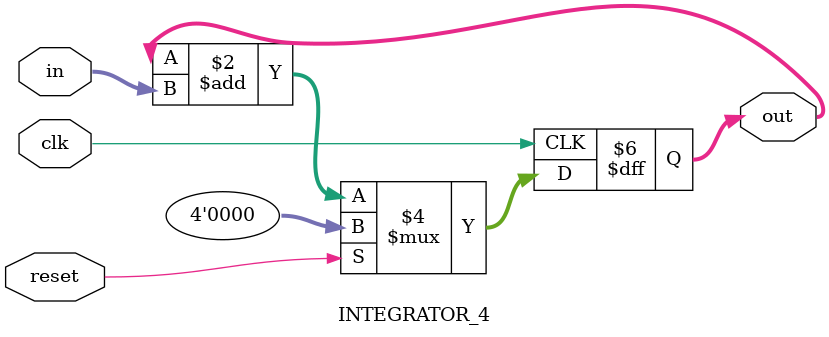
<source format=v>
module INTEGRATOR_4 (input wire clk,input wire reset,
	input wire [3:0] in,	output reg [3:0] out);

	always @(posedge clk) begin
    	if (reset) begin
        	out <= 4'b0; 
    	end else begin
        	out <= out + in;  // Accumulate the input value
    	end
	end

endmodule

</source>
